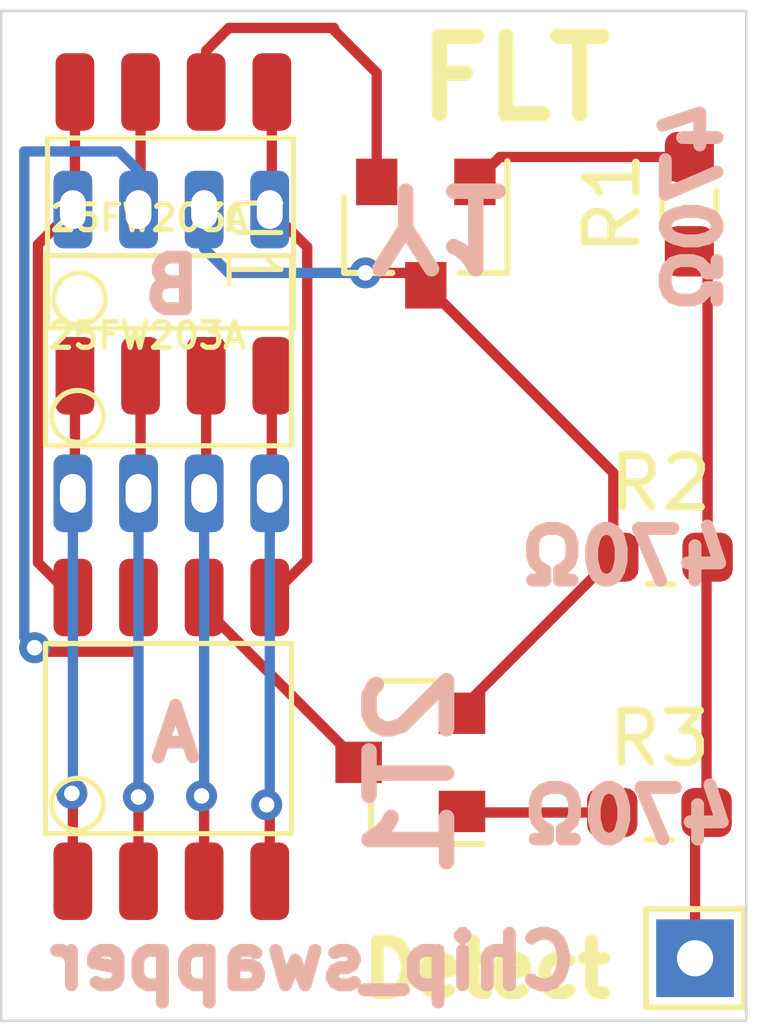
<source format=kicad_pcb>
(kicad_pcb (version 20240108) (generator "pcbnew") (generator_version "8.0")
  (layers (0 "F.Cu" signal) (31 "B.Cu" signal) (34 "B.Paste" user) (35 "F.Paste" user) (36 "B.SilkS" user "B.Silkscreen") (37 "F.SilkS" user "F.Silkscreen") (38 "B.Mask" user) (39 "F.Mask" user) (44 "Edge.Cuts" user))
  (net 0 "")
  (net 1 "Net-(R1-Pad2)")
  (net 2 "Net-(U1-B)")
  (net 3 "Net-(U1-C)")
  (net 4 "Net-(U2-B)")
  (net 5 "Net-(U1-E)")
  (net 6 "Net-(U2-C)")
  (net 7 "Net-(U3-RST)")
  (net 8 "Net-(U3-DSI)")
  (net 9 "Net-(U3-SDO)")
  (net 10 "Net-(U3-CS)")
  (net 11 "Net-(U3-GND)")
  (net 12 "Net-(U3-SC)")
  (net 13 "Net-(U3-RP)")
  (footprint "TestPoint:TestPoint_THTPad_1.5x1.5mm_Drill0.7mm" (layer "F.Cu") (at 162.33 88.22)
    (property "Reference" "TP1" (hide yes))
    (property "Value" "TestPoint" (hide yes))
    (fp_line (start -0.95 -0.95) (end 0.95 -0.95) (stroke (width 0.12)) (layer "F.SilkS"))
    (fp_line (start -0.95 0.95) (end -0.95 -0.95) (stroke (width 0.12)) (layer "F.SilkS"))
    (fp_line (start 0.95 -0.95) (end 0.95 0.95) (stroke (width 0.12)) (layer "F.SilkS"))
    (fp_line (start 0.95 0.95) (end -0.95 0.95) (stroke (width 0.12)) (layer "F.SilkS"))
    (pad "1" thru_hole rect (at 0 0) (size 1.5 1.5) (drill 0.7) (layers "*.Cu" "*.Mask") (net 1 "Net-(R1-Pad2)"))
  )
  (footprint "chips_customs:25FW203A" (layer "F.Cu") (at 152.23 74.27)
    (property "Reference" "U4" (hide yes))
    (property "Value" "~" (hide yes))
    (fp_rect (start -2.43 -1.92) (end 2.33 1.76) (stroke (width 0.1)) (fill none) (layer "F.SilkS"))
    (fp_circle (center -1.81 1.19) (end -1.31 1.19) (stroke (width 0.1)) (fill none) (layer "F.SilkS"))
    (fp_text user "25FW203A" (at -2.43 -0.08 0) (layer "F.SilkS") (effects (font (size 0.5 0.5) (thickness 0.1)) (justify left bottom)))
    (pad "1" smd roundrect (at -1.9 2.68) (size 0.75 1.5) (layers "F.Cu" "F.Paste" "F.Mask") (net 8 "Net-(U3-DSI)"))
    (pad "2" smd roundrect (at -0.63 2.68) (size 0.75 1.5) (layers "F.Cu" "F.Paste" "F.Mask") (net 12 "Net-(U3-SC)"))
    (pad "3" smd roundrect (at 0.64 2.68) (size 0.75 1.5) (layers "F.Cu" "F.Paste" "F.Mask") (net 7 "Net-(U3-RST)"))
    (pad "4" smd roundrect (at 1.91 2.68) (size 0.75 1.5) (layers "F.Cu" "F.Paste" "F.Mask") (net 10 "Net-(U3-CS)"))
    (pad "5" smd roundrect (at 1.91 -2.81) (size 0.75 1.5) (layers "F.Cu" "F.Paste" "F.Mask") (net 13 "Net-(U3-RP)"))
    (pad "6" smd roundrect (at 0.64 -2.81) (size 0.75 1.5) (layers "F.Cu" "F.Paste" "F.Mask") (net 5 "Net-(U1-E)"))
    (pad "7" smd roundrect (at -0.63 -2.81) (size 0.75 1.5) (layers "F.Cu" "F.Paste" "F.Mask") (net 11 "Net-(U3-GND)"))
    (pad "8" smd roundrect (at -1.9 -2.81) (size 0.75 1.5) (layers "F.Cu" "F.Paste" "F.Mask") (net 9 "Net-(U3-SDO)"))
  )
  (footprint "chips_customs:25FW203A" (layer "F.Cu") (at 152.19 84.05)
    (property "Reference" "U3" (hide yes))
    (property "Value" "~" (hide yes))
    (fp_rect (start -2.43 -1.92) (end 2.33 1.76) (stroke (width 0.1)) (fill none) (layer "F.SilkS"))
    (fp_circle (center -1.81 1.19) (end -1.31 1.19) (stroke (width 0.1)) (fill none) (layer "F.SilkS"))
    (pad "1" smd roundrect (at -1.9 2.68) (size 0.75 1.5) (layers "F.Cu" "F.Paste" "F.Mask") (net 8 "Net-(U3-DSI)"))
    (pad "2" smd roundrect (at -0.63 2.68) (size 0.75 1.5) (layers "F.Cu" "F.Paste" "F.Mask") (net 12 "Net-(U3-SC)"))
    (pad "3" smd roundrect (at 0.64 2.68) (size 0.75 1.5) (layers "F.Cu" "F.Paste" "F.Mask") (net 7 "Net-(U3-RST)"))
    (pad "4" smd roundrect (at 1.91 2.68) (size 0.75 1.5) (layers "F.Cu" "F.Paste" "F.Mask") (net 10 "Net-(U3-CS)"))
    (pad "5" smd roundrect (at 1.91 -2.81) (size 0.75 1.5) (layers "F.Cu" "F.Paste" "F.Mask") (net 13 "Net-(U3-RP)"))
    (pad "6" smd roundrect (at 0.64 -2.81) (size 0.75 1.5) (layers "F.Cu" "F.Paste" "F.Mask") (net 6 "Net-(U2-C)"))
    (pad "7" smd roundrect (at -0.63 -2.81) (size 0.75 1.5) (layers "F.Cu" "F.Paste" "F.Mask") (net 11 "Net-(U3-GND)"))
    (pad "8" smd roundrect (at -1.9 -2.81) (size 0.75 1.5) (layers "F.Cu" "F.Paste" "F.Mask") (net 9 "Net-(U3-SDO)"))
  )
  (footprint "Resistor_SMD:R_0603_1608Metric_Pad0.98x0.95mm_HandSolder" (layer "F.Cu") (at 161.66 80.46)
    (property "Reference" "R2" (at 0 -1.43 0) (layer "F.SilkS"))
    (property "Value" "R" (hide yes))
    (fp_line (start -0.254724 -0.5225) (end 0.254724 -0.5225) (stroke (width 0.12)) (layer "F.SilkS"))
    (fp_line (start -0.254724 0.5225) (end 0.254724 0.5225) (stroke (width 0.12)) (layer "F.SilkS"))
    (pad "1" smd roundrect (at -0.9125 0) (size 0.975 0.95) (layers "F.Cu" "F.Paste" "F.Mask") (net 3 "Net-(U1-C)"))
    (pad "2" smd roundrect (at 0.9125 0) (size 0.975 0.95) (layers "F.Cu" "F.Paste" "F.Mask") (net 1 "Net-(R1-Pad2)"))
  )
  (footprint "Resistor_SMD:R_0603_1608Metric_Pad0.98x0.95mm_HandSolder" (layer "F.Cu") (at 161.64 85.4)
    (property "Reference" "R3" (at 0 -1.43 0) (layer "F.SilkS"))
    (property "Value" "R" (hide yes))
    (fp_line (start -0.254724 -0.5225) (end 0.254724 -0.5225) (stroke (width 0.12)) (layer "F.SilkS"))
    (fp_line (start -0.254724 0.5225) (end 0.254724 0.5225) (stroke (width 0.12)) (layer "F.SilkS"))
    (pad "1" smd roundrect (at -0.9125 0) (size 0.975 0.95) (layers "F.Cu" "F.Paste" "F.Mask") (net 4 "Net-(U2-B)"))
    (pad "2" smd roundrect (at 0.9125 0) (size 0.975 0.95) (layers "F.Cu" "F.Paste" "F.Mask") (net 1 "Net-(R1-Pad2)"))
  )
  (footprint "transistor_custom:SS8050(Y1)" (layer "F.Cu") (at 157.01 74.18 -90)
    (property "Reference" "U1" (at 0.19 3.24 -90) (layer "F.SilkS") (effects (font (thickness 0.1))))
    (property "Value" "~")
    (fp_line (start 0.78 1.47) (end -0.68 1.47) (stroke (width 0.12)) (layer "F.SilkS"))
    (fp_line (start 0.78 1.47) (end 0.78 0.54) (stroke (width 0.12)) (layer "F.SilkS"))
    (fp_line (start 0.78 -1.69) (end 0.78 -0.76) (stroke (width 0.12)) (layer "F.SilkS"))
    (fp_line (start 0.78 -1.69) (end -1.38 -1.69) (stroke (width 0.12)) (layer "F.SilkS"))
    (pad "1" smd rect (at -0.98 -1.06 270) (size 0.9 0.8) (layers "F.Cu" "F.Paste" "F.Mask") (net 2 "Net-(U1-B)"))
    (pad "2" smd rect (at -0.98 0.84 270) (size 0.9 0.8) (layers "F.Cu" "F.Paste" "F.Mask") (net 5 "Net-(U1-E)"))
    (pad "3" smd rect (at 1.02 -0.11 270) (size 0.9 0.8) (layers "F.Cu" "F.Paste" "F.Mask") (net 3 "Net-(U1-C)"))
  )
  (footprint "chips_customs:25FW203A_blank_pads" (layer "F.Cu") (at 152.19 76.545)
    (property "Reference" "U5" (hide yes))
    (property "Value" "~" (hide yes))
    (fp_rect (start -2.43 -1.92) (end 2.33 1.76) (stroke (width 0.1)) (fill none) (layer "F.SilkS"))
    (fp_circle (center -1.81 1.19) (end -1.31 1.19) (stroke (width 0.1)) (fill none) (layer "F.SilkS"))
    (fp_text user "25FW203A" (at -2.43 -0.08 0) (layer "F.SilkS") (effects (font (size 0.5 0.5) (thickness 0.1)) (justify left bottom)))
    (pad "1" thru_hole roundrect (at -1.9 2.68) (size 0.75 1.5) (drill oval 0.5 0.75) (layers "*.Cu" "*.Mask") (net 8 "Net-(U3-DSI)"))
    (pad "2" thru_hole roundrect (at -0.63 2.68) (size 0.75 1.5) (drill oval 0.5 0.75) (layers "*.Cu" "*.Mask") (net 12 "Net-(U3-SC)"))
    (pad "3" thru_hole roundrect (at 0.64 2.68) (size 0.75 1.5) (drill oval 0.5 0.75) (layers "*.Cu" "*.Mask") (net 7 "Net-(U3-RST)"))
    (pad "4" thru_hole roundrect (at 1.91 2.68) (size 0.75 1.5) (drill oval 0.5 0.75) (layers "*.Cu" "*.Mask") (net 10 "Net-(U3-CS)"))
    (pad "5" thru_hole roundrect (at 1.91 -2.81) (size 0.75 1.5) (drill oval 0.5 0.75) (layers "*.Cu" "*.Mask") (net 13 "Net-(U3-RP)"))
    (pad "6" thru_hole roundrect (at 0.64 -2.81) (size 0.75 1.5) (drill oval 0.5 0.75) (layers "*.Cu" "*.Mask") (net 3 "Net-(U1-C)"))
    (pad "7" thru_hole roundrect (at -0.63 -2.81) (size 0.75 1.5) (drill oval 0.5 0.75) (layers "*.Cu" "*.Mask") (net 11 "Net-(U3-GND)"))
    (pad "8" thru_hole roundrect (at -1.9 -2.81) (size 0.75 1.5) (drill oval 0.5 0.75) (layers "*.Cu" "*.Mask") (net 9 "Net-(U3-SDO)"))
  )
  (footprint "transistor_custom:S9012(2T1)" (layer "F.Cu") (at 156.95 84.39 180)
    (property "Reference" "U2" (hide yes))
    (property "Value" "~" (hide yes))
    (fp_line (start 0.89 1.54) (end 0.89 0.61) (stroke (width 0.12)) (layer "F.SilkS"))
    (fp_line (start 0.89 1.54) (end -0.57 1.54) (stroke (width 0.12)) (layer "F.SilkS"))
    (fp_line (start 0.89 -1.62) (end 0.89 -0.69) (stroke (width 0.12)) (layer "F.SilkS"))
    (fp_line (start 0.89 -1.62) (end -1.27 -1.62) (stroke (width 0.12)) (layer "F.SilkS"))
    (pad "1" smd rect (at -0.87 -0.99 180) (size 0.9 0.8) (layers "F.Cu" "F.Paste" "F.Mask") (net 4 "Net-(U2-B)"))
    (pad "2" smd rect (at -0.87 0.91 180) (size 0.9 0.8) (layers "F.Cu" "F.Paste" "F.Mask") (net 3 "Net-(U1-C)"))
    (pad "3" smd rect (at 1.13 -0.04 180) (size 0.9 0.8) (layers "F.Cu" "F.Paste" "F.Mask") (net 6 "Net-(U2-C)"))
  )
  (footprint "Resistor_SMD:R_0603_1608Metric_Pad0.98x0.95mm_HandSolder" (layer "F.Cu") (at 162.22 73.63 -90)
    (property "Reference" "R1" (at -0.02 1.49 90) (layer "F.SilkS"))
    (property "Value" "R" (hide yes))
    (fp_line (start -0.254724 0.5225) (end 0.254724 0.5225) (stroke (width 0.12)) (layer "F.SilkS"))
    (fp_line (start -0.254724 -0.5225) (end 0.254724 -0.5225) (stroke (width 0.12)) (layer "F.SilkS"))
    (pad "1" smd roundrect (at -0.9125 0 270) (size 0.975 0.95) (layers "F.Cu" "F.Paste" "F.Mask") (net 2 "Net-(U1-B)"))
    (pad "2" smd roundrect (at 0.9125 0 270) (size 0.975 0.95) (layers "F.Cu" "F.Paste" "F.Mask") (net 1 "Net-(R1-Pad2)"))
  )
  (gr_rect (start 148.905 69.89) (end 163.32 89.43) (stroke (width 0.05)) (fill none) (layer "Edge.Cuts"))
  (gr_text "A" (at 152.87 84.46 0) (layer "B.SilkS") (effects (font (size 1 1) (thickness 0.25) (bold yes)) (justify left bottom mirror)))
  (gr_text "Y1" (at 155.89 73.18 180) (layer "B.SilkS") (effects (font (size 1.5 1.5) (thickness 0.3) (bold yes)) (justify left bottom mirror)))
  (gr_text "470Ω" (at 163.21 86.05 0) (layer "B.SilkS") (effects (font (size 1 1) (thickness 0.25) (bold yes)) (justify left bottom mirror)))
  (gr_text "2T1" (at 157.72 82.44 90) (layer "B.SilkS") (effects (font (size 1.5 1.5) (thickness 0.3) (bold yes)) (justify left bottom mirror)))
  (gr_text "B" (at 152.87 75.79 0) (layer "B.SilkS") (effects (font (size 1 1) (thickness 0.25) (bold yes)) (justify left bottom mirror)))
  (gr_text "Chip_swapper" (at 160.14 88.87 0) (layer "B.SilkS") (effects (font (size 1 1) (thickness 0.25) (bold yes)) (justify left bottom mirror)))
  (gr_text "470Ω" (at 162.89 71.51 90) (layer "B.SilkS") (effects (font (size 1 1) (thickness 0.25) (bold yes)) (justify left bottom mirror)))
  (gr_text "470Ω" (at 163.16 81.04 0) (layer "B.SilkS") (effects (font (size 1 1) (thickness 0.25) (bold yes)) (justify left bottom mirror)))
  (gr_text "Detect" (at 155.78 89.02 0) (layer "F.SilkS") (effects (font (size 1 1) (thickness 0.25) (bold yes)) (justify left bottom)))
  (gr_text "FLT" (at 156.83 72.08 0) (layer "F.SilkS") (effects (font (size 1.5 1.5) (thickness 0.3) (bold yes)) (justify left bottom)))
  (segment (start 162.5525 85.4) (end 162.5525 80.48) (width 0.2) (layer "F.Cu") (net 1))
  (segment (start 162.5725 80.46) (end 162.5725 74.895) (width 0.2) (layer "F.Cu") (net 1))
  (segment (start 162.33 85.6225) (end 162.5525 85.4) (width 0.2) (layer "F.Cu") (net 1))
  (segment (start 162.5725 74.895) (end 162.22 74.5425) (width 0.2) (layer "F.Cu") (net 1))
  (segment (start 162.5525 80.48) (end 162.5725 80.46) (width 0.2) (layer "F.Cu") (net 1))
  (segment (start 162.33 88.22) (end 162.33 85.6225) (width 0.2) (layer "F.Cu") (net 1))
  (segment (start 162.22 72.7175) (end 158.5525 72.7175) (width 0.2) (layer "F.Cu") (net 2))
  (segment (start 158.5525 72.7175) (end 158.07 73.2) (width 0.2) (layer "F.Cu") (net 2))
  (segment (start 157.82 83.48) (end 157.82 83.3875) (width 0.2) (layer "F.Cu") (net 3))
  (segment (start 160.7475 80.46) (end 160.7475 78.8275) (width 0.2) (layer "F.Cu") (net 3))
  (segment (start 157.82 83.3875) (end 160.7475 80.46) (width 0.2) (layer "F.Cu") (net 3))
  (segment (start 155.95 74.96) (end 156.88 74.96) (width 0.2) (layer "F.Cu") (net 3))
  (segment (start 156.88 74.96) (end 157.12 75.2) (width 0.2) (layer "F.Cu") (net 3))
  (segment (start 160.7475 78.8275) (end 157.12 75.2) (width 0.2) (layer "F.Cu") (net 3))
  (via (at 155.95 74.96) (size 0.6) (drill 0.3) (layers "F.Cu" "B.Cu") (net 3))
  (segment (start 153.305 74.96) (end 155.95 74.96) (width 0.2) (layer "B.Cu") (net 3))
  (segment (start 152.83 73.735) (end 152.83 74.485) (width 0.2) (layer "B.Cu") (net 3))
  (segment (start 152.83 74.485) (end 153.305 74.96) (width 0.2) (layer "B.Cu") (net 3))
  (segment (start 160.7275 85.4) (end 157.84 85.4) (width 0.2) (layer "F.Cu") (net 4))
  (segment (start 157.84 85.4) (end 157.82 85.38) (width 0.2) (layer "F.Cu") (net 4))
  (segment (start 155.34 70.26) (end 156.17 71.09) (width 0.2) (layer "F.Cu") (net 5))
  (segment (start 153.31 70.22) (end 155.34 70.22) (width 0.2) (layer "F.Cu") (net 5))
  (segment (start 152.87 71.46) (end 152.87 70.66) (width 0.2) (layer "F.Cu") (net 5))
  (segment (start 155.34 70.22) (end 155.34 70.26) (width 0.2) (layer "F.Cu") (net 5))
  (segment (start 156.17 71.09) (end 156.17 73.2) (width 0.2) (layer "F.Cu") (net 5))
  (segment (start 152.87 70.66) (end 153.31 70.22) (width 0.2) (layer "F.Cu") (net 5))
  (segment (start 152.83 81.24) (end 152.83 81.44) (width 0.2) (layer "F.Cu") (net 6))
  (segment (start 152.83 81.44) (end 155.82 84.43) (width 0.2) (layer "F.Cu") (net 6))
  (segment (start 152.83 85.13) (end 152.78 85.08) (width 0.2) (layer "F.Cu") (net 7))
  (segment (start 152.87 76.95) (end 152.87 79.185) (width 0.2) (layer "F.Cu") (net 7))
  (segment (start 152.87 79.185) (end 152.83 79.225) (width 0.2) (layer "F.Cu") (net 7))
  (segment (start 152.83 86.73) (end 152.83 85.13) (width 0.2) (layer "F.Cu") (net 7))
  (via (at 152.78 85.08) (size 0.6) (drill 0.3) (layers "F.Cu" "B.Cu") (net 7))
  (segment (start 152.83 85.03) (end 152.83 79.225) (width 0.2) (layer "B.Cu") (net 7))
  (segment (start 152.78 85.08) (end 152.83 85.03) (width 0.2) (layer "B.Cu") (net 7))
  (segment (start 150.33 76.95) (end 150.33 79.185) (width 0.2) (layer "F.Cu") (net 8))
  (segment (start 150.29 85.05) (end 150.27 85.03) (width 0.2) (layer "F.Cu") (net 8))
  (segment (start 150.33 79.185) (end 150.29 79.225) (width 0.2) (layer "F.Cu") (net 8))
  (segment (start 150.29 86.73) (end 150.29 85.05) (width 0.2) (layer "F.Cu") (net 8))
  (via (at 150.27 85.03) (size 0.6) (drill 0.3) (layers "F.Cu" "B.Cu") (net 8))
  (segment (start 150.27 85.03) (end 150.29 85.01) (width 0.2) (layer "B.Cu") (net 8))
  (segment (start 150.29 85.01) (end 150.29 79.225) (width 0.2) (layer "B.Cu") (net 8))
  (segment (start 150.29 81.24) (end 149.615 80.565) (width 0.2) (layer "F.Cu") (net 9))
  (segment (start 149.615 74.41) (end 150.29 73.735) (width 0.2) (layer "F.Cu") (net 9))
  (segment (start 150.33 73.695) (end 150.29 73.735) (width 0.2) (layer "F.Cu") (net 9))
  (segment (start 149.615 80.565) (end 149.615 74.41) (width 0.2) (layer "F.Cu") (net 9))
  (segment (start 150.33 71.46) (end 150.33 73.695) (width 0.2) (layer "F.Cu") (net 9))
  (segment (start 154.14 76.95) (end 154.14 79.185) (width 0.2) (layer "F.Cu") (net 10))
  (segment (start 154.1 86.73) (end 154.1 85.31) (width 0.2) (layer "F.Cu") (net 10))
  (segment (start 154.14 79.185) (end 154.1 79.225) (width 0.2) (layer "F.Cu") (net 10))
  (segment (start 154.1 85.31) (end 154.04 85.25) (width 0.2) (layer "F.Cu") (net 10))
  (via (at 154.04 85.25) (size 0.6) (drill 0.3) (layers "F.Cu" "B.Cu") (net 10))
  (segment (start 154.1 85.19) (end 154.1 79.225) (width 0.2) (layer "B.Cu") (net 10))
  (segment (start 154.04 85.25) (end 154.1 85.19) (width 0.2) (layer "B.Cu") (net 10))
  (segment (start 151.6 73.695) (end 151.56 73.735) (width 0.2) (layer "F.Cu") (net 11))
  (segment (start 151.6 71.46) (end 151.6 73.695) (width 0.2) (layer "F.Cu") (net 11))
  (segment (start 151.56 82.21) (end 151.56 81.24) (width 0.2) (layer "F.Cu") (net 11))
  (segment (start 149.627232 82.29) (end 151.48 82.29) (width 0.2) (layer "F.Cu") (net 11))
  (segment (start 149.549344 82.212112) (end 149.627232 82.29) (width 0.2) (layer "F.Cu") (net 11))
  (segment (start 151.48 82.29) (end 151.56 82.21) (width 0.2) (layer "F.Cu") (net 11))
  (via (at 149.549344 82.212112) (size 0.6) (drill 0.3) (layers "F.Cu" "B.Cu") (net 11))
  (segment (start 151.56 73.735) (end 151.56 72.985) (width 0.2) (layer "B.Cu") (net 11))
  (segment (start 151.56 72.985) (end 151.185 72.61) (width 0.2) (layer "B.Cu") (net 11))
  (segment (start 151.185 72.61) (end 149.35 72.61) (width 0.2) (layer "B.Cu") (net 11))
  (segment (start 149.35 82.012768) (end 149.549344 82.212112) (width 0.2) (layer "B.Cu") (net 11))
  (segment (start 149.35 72.61) (end 149.35 82.012768) (width 0.2) (layer "B.Cu") (net 11))
  (segment (start 151.56 86.73) (end 151.56 85.1) (width 0.2) (layer "F.Cu") (net 12))
  (segment (start 151.6 76.95) (end 151.6 79.185) (width 0.2) (layer "F.Cu") (net 12))
  (segment (start 151.6 79.185) (end 151.56 79.225) (width 0.2) (layer "F.Cu") (net 12))
  (via (at 151.56 85.1) (size 0.6) (drill 0.3) (layers "F.Cu" "B.Cu") (net 12))
  (segment (start 151.56 85.1) (end 151.56 79.225) (width 0.2) (layer "B.Cu") (net 12))
  (segment (start 154.825 74.46) (end 154.1 73.735) (width 0.2) (layer "F.Cu") (net 13))
  (segment (start 154.14 73.695) (end 154.1 73.735) (width 0.2) (layer "F.Cu") (net 13))
  (segment (start 154.825 80.515) (end 154.825 74.46) (width 0.2) (layer "F.Cu") (net 13))
  (segment (start 154.1 81.24) (end 154.825 80.515) (width 0.2) (layer "F.Cu") (net 13))
  (segment (start 154.14 71.46) (end 154.14 73.695) (width 0.2) (layer "F.Cu") (net 13))
)
</source>
